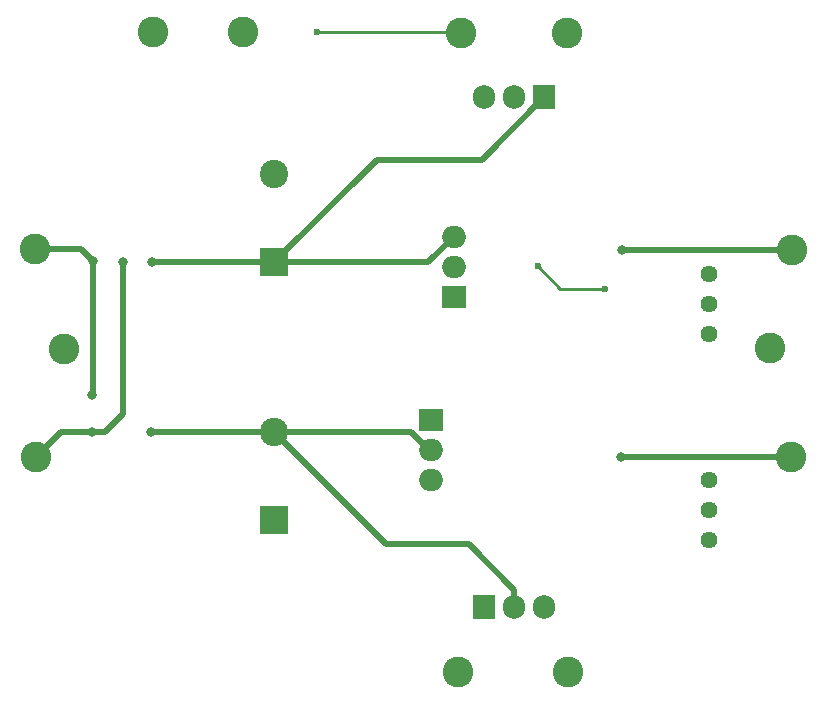
<source format=gbr>
G04 #@! TF.GenerationSoftware,KiCad,Pcbnew,(5.1.10-0-10_14)*
G04 #@! TF.CreationDate,2021-09-13T19:20:13+02:00*
G04 #@! TF.ProjectId,lv-lownoise-psu,6c762d6c-6f77-46e6-9f69-73652d707375,rev?*
G04 #@! TF.SameCoordinates,Original*
G04 #@! TF.FileFunction,Copper,L2,Bot*
G04 #@! TF.FilePolarity,Positive*
%FSLAX46Y46*%
G04 Gerber Fmt 4.6, Leading zero omitted, Abs format (unit mm)*
G04 Created by KiCad (PCBNEW (5.1.10-0-10_14)) date 2021-09-13 19:20:13*
%MOMM*%
%LPD*%
G01*
G04 APERTURE LIST*
G04 #@! TA.AperFunction,ComponentPad*
%ADD10O,2.000000X1.905000*%
G04 #@! TD*
G04 #@! TA.AperFunction,ComponentPad*
%ADD11R,2.000000X1.905000*%
G04 #@! TD*
G04 #@! TA.AperFunction,ComponentPad*
%ADD12O,1.905000X2.000000*%
G04 #@! TD*
G04 #@! TA.AperFunction,ComponentPad*
%ADD13R,1.905000X2.000000*%
G04 #@! TD*
G04 #@! TA.AperFunction,ComponentPad*
%ADD14C,2.400000*%
G04 #@! TD*
G04 #@! TA.AperFunction,ComponentPad*
%ADD15R,2.400000X2.400000*%
G04 #@! TD*
G04 #@! TA.AperFunction,ComponentPad*
%ADD16C,2.600000*%
G04 #@! TD*
G04 #@! TA.AperFunction,ComponentPad*
%ADD17C,1.440000*%
G04 #@! TD*
G04 #@! TA.AperFunction,ViaPad*
%ADD18C,0.800000*%
G04 #@! TD*
G04 #@! TA.AperFunction,ViaPad*
%ADD19C,0.600000*%
G04 #@! TD*
G04 #@! TA.AperFunction,Conductor*
%ADD20C,0.500000*%
G04 #@! TD*
G04 #@! TA.AperFunction,Conductor*
%ADD21C,0.250000*%
G04 #@! TD*
G04 APERTURE END LIST*
D10*
X117475000Y-69215000D03*
X117475000Y-66675000D03*
D11*
X117475000Y-64135000D03*
D10*
X119380000Y-48641000D03*
X119380000Y-51181000D03*
D11*
X119380000Y-53721000D03*
D12*
X127000000Y-80010000D03*
X124460000Y-80010000D03*
D13*
X121920000Y-80010000D03*
D12*
X121920000Y-36830000D03*
X124460000Y-36830000D03*
D13*
X127000000Y-36830000D03*
D14*
X104140000Y-65151000D03*
D15*
X104140000Y-72651000D03*
D14*
X104140000Y-43300000D03*
D15*
X104140000Y-50800000D03*
D16*
X119761000Y-85471000D03*
X129032000Y-85471000D03*
X128968500Y-31369000D03*
X120015000Y-31369000D03*
X93916500Y-31305500D03*
X101536500Y-31305500D03*
D17*
X140970000Y-74295000D03*
X140970000Y-71755000D03*
X140970000Y-69215000D03*
X140970000Y-56832500D03*
X140970000Y-54292500D03*
X140970000Y-51752500D03*
D16*
X147955000Y-67310000D03*
X146113500Y-58039000D03*
X148018500Y-49784000D03*
X83921600Y-49631600D03*
X86360000Y-58166000D03*
X83972400Y-67259200D03*
D18*
X93827600Y-50800000D03*
X88849200Y-50647600D03*
X88726000Y-61997600D03*
X93726000Y-65125600D03*
D19*
X107759500Y-31305500D03*
D18*
X133604000Y-49784000D03*
X133540500Y-67310000D03*
X88747600Y-65125600D03*
X91338400Y-50800000D03*
D19*
X132207000Y-53022500D03*
X126496600Y-51112900D03*
D20*
X104140000Y-50800000D02*
X109982000Y-50800000D01*
X104140000Y-50800000D02*
X93827600Y-50800000D01*
X117221000Y-50800000D02*
X119380000Y-48641000D01*
X109982000Y-50800000D02*
X117221000Y-50800000D01*
X121729500Y-42100500D02*
X127000000Y-36830000D01*
X112839500Y-42100500D02*
X121729500Y-42100500D01*
X104140000Y-50800000D02*
X112839500Y-42100500D01*
X87833200Y-49631600D02*
X88849200Y-50647600D01*
X83921600Y-49631600D02*
X87833200Y-49631600D01*
X88849200Y-61874400D02*
X88726000Y-61997600D01*
X88849200Y-50647600D02*
X88849200Y-61874400D01*
X93751400Y-65151000D02*
X93726000Y-65125600D01*
X104140000Y-65151000D02*
X93751400Y-65151000D01*
X117252498Y-66675000D02*
X115728498Y-65151000D01*
X117475000Y-66675000D02*
X117252498Y-66675000D01*
X115728498Y-65151000D02*
X104140000Y-65151000D01*
X104140000Y-65151000D02*
X113665000Y-74676000D01*
X124460000Y-78510000D02*
X124460000Y-80010000D01*
X120626000Y-74676000D02*
X124460000Y-78510000D01*
X113665000Y-74676000D02*
X120626000Y-74676000D01*
D21*
X119951500Y-31305500D02*
X120015000Y-31369000D01*
X107759500Y-31305500D02*
X119951500Y-31305500D01*
D20*
X147993100Y-49809400D02*
X148018500Y-49784000D01*
X133604000Y-49784000D02*
X148018500Y-49784000D01*
X147929600Y-67284600D02*
X147955000Y-67310000D01*
X133540500Y-67310000D02*
X147955000Y-67310000D01*
X83972400Y-67259200D02*
X86106000Y-65125600D01*
X86106000Y-65125600D02*
X88747600Y-65125600D01*
X88747600Y-65125600D02*
X89865200Y-65125600D01*
X91338400Y-63652400D02*
X91338400Y-50800000D01*
X89865200Y-65125600D02*
X91338400Y-63652400D01*
D21*
X132207000Y-53022500D02*
X128406200Y-53022500D01*
X128406200Y-53022500D02*
X126496600Y-51112900D01*
M02*

</source>
